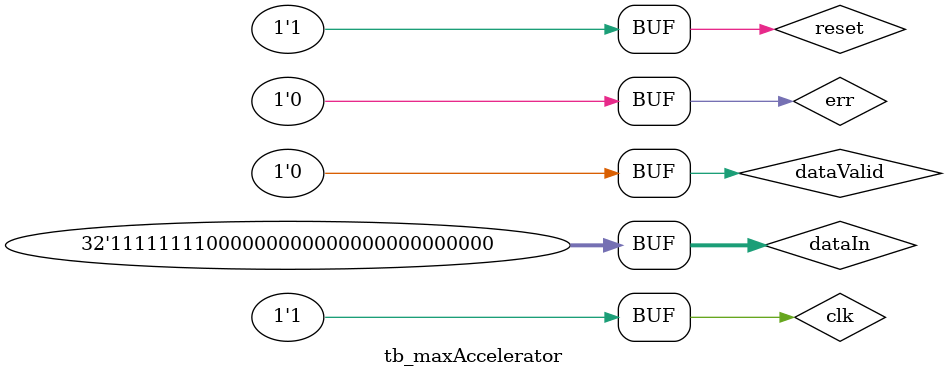
<source format=v>
module tb_maxAccelerator();
  reg clk, reset, dataValid;
  reg [31:0] dataIn;
  wire [31:0] dataOut;
  reg err = 0;

  maxAccelerator DUT(clk, reset, dataIn, dataValid, dataOut);

  initial begin
    reset = 1'b0;
    #10;
    reset = 1'b1;
    clk = 1;

    // Test 1: 0.5, 3.5, 2.5, 1.5
    dataIn = 32'b1000_0000_0000_0000_0000_0000; // 0.5
    dataValid = 1'b1;
    #10;
    clk = !clk;
    #10;
    clk = !clk;
    dataIn = 32'b0011_1000_0000_0000_0000_0000_0000; // 3.5
    #10;
    clk = !clk;
    #10;
    clk = !clk;
    dataIn = 32'b0010_1000_0000_0000_0000_0000_0000; // 2.5
    #10;
    clk = !clk;
    #10;
    clk = !clk;
    dataIn = 32'b0001_1000_0000_0000_0000_0000_0000; // 1.5
    #10;
    clk = !clk;
    #10;
    clk = !clk;
    dataValid = 1'b0;
    #10;
    clk = !clk;
    #10;
    clk = !clk;

    if (dataOut == 32'b0011_1000_0000_0000_0000_0000_0000) // Max should be 3.5
			$display("Test 1 Passed");
		else begin
			$display("Test 1 Failed");
			err = 1'b1;
		end

    // Test 2: 4, 3, 2, 1
    dataIn = 32'b0100_0000_0000_0000_0000_0000_0000; // 4
    dataValid = 1'b1;
    #10;
    clk = !clk;
    #10;
    clk = !clk;
    dataIn = 32'b0011_0000_0000_0000_0000_0000_0000; // 3
    #10;
    clk = !clk;
    #10;
    clk = !clk;
    dataIn = 32'b0010_0000_0000_0000_0000_0000_0000; // 2
    #10;
    clk = !clk;
    #10;
    clk = !clk;
    dataIn = 32'b0001_0000_0000_0000_0000_0000_0000; // 1
    #10;
    clk = !clk;
    #10;
    clk = !clk;
    dataValid = 1'b0;
    #10;
    clk = !clk;
    #10;
    clk = !clk;

    if (dataOut == 32'b0100_0000_0000_0000_0000_0000_0000) // Max should be 4
			$display("Test 2 Passed");
		else begin
			$display("Test 2 Failed");
			err = 1'b1;
		end

    // Test 3: -2, -3, 0, -1
    dataIn = 32'b1111_1111_1111_1110_0000_0000_0000_0000_0000_0000; // -2
    dataValid = 1'b1;
    #10;
    clk = !clk;
    #10;
    clk = !clk;
    dataIn = 32'b1111_1111_1111_1101_0000_0000_0000_0000_0000_0000; // -3
    #10;
    clk = !clk;
    #10;
    clk = !clk;
    dataIn = 32'b0; // 0
    #10;
    clk = !clk;
    #10;
    clk = !clk;
    dataIn = 32'b1111_1111_1111_1111_0000_0000_0000_0000_0000_0000; // -1
    #10;
    clk = !clk;
    #10;
    clk = !clk;
    dataValid = 1'b0;
    #10;
    clk = !clk;
    #10;
    clk = !clk;

    if (dataOut == 32'b0) // Max should be 0
			$display("Test 3 Passed");
		else begin
			$display("Test 3 Failed");
			err = 1'b1;
		end

    // Test 3: -2, -3, -4, -1
    dataIn = 32'b1111_1111_1111_1110_0000_0000_0000_0000_0000_0000; // -2
    dataValid = 1'b1;
    #10;
    clk = !clk;
    #10;
    clk = !clk;
    dataIn = 32'b1111_1111_1111_1101_0000_0000_0000_0000_0000_0000; // -3
    #10;
    clk = !clk;
    #10;
    clk = !clk;
    dataIn = 32'b1111_1111_1111_1100_0000_0000_0000_0000_0000_0000; // -4
    #10;
    clk = !clk;
    #10;
    clk = !clk;
    dataIn = 32'b1111_1111_1111_1111_0000_0000_0000_0000_0000_0000; // -1
    #10;
    clk = !clk;
    #10;
    clk = !clk;
    dataValid = 1'b0;
    #10;
    clk = !clk;
    #10;
    clk = !clk;

    if (dataOut == 32'b1111_1111_1111_1111_0000_0000_0000_0000_0000_0000) // Max should be -1
			$display("Test 4 Passed");
		else begin
			$display("Test 4 Failed");
			err = 1'b1;
		end

  end // end initial
endmodule

</source>
